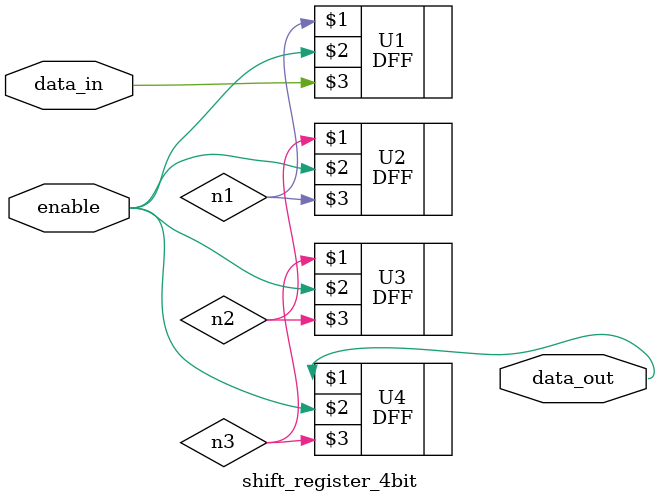
<source format=v>
module shift_register_4bit (
    input wire enable,
    input wire data_in,
    output wire data_out
);

wire n1;
wire n2;
wire n3;

DFF U1 (n1, enable, data_in);
DFF U2 (n2, enable, n1);
DFF U3 (n3, enable, n2);
DFF U4 (data_out, enable, n3);

endmodule

</source>
